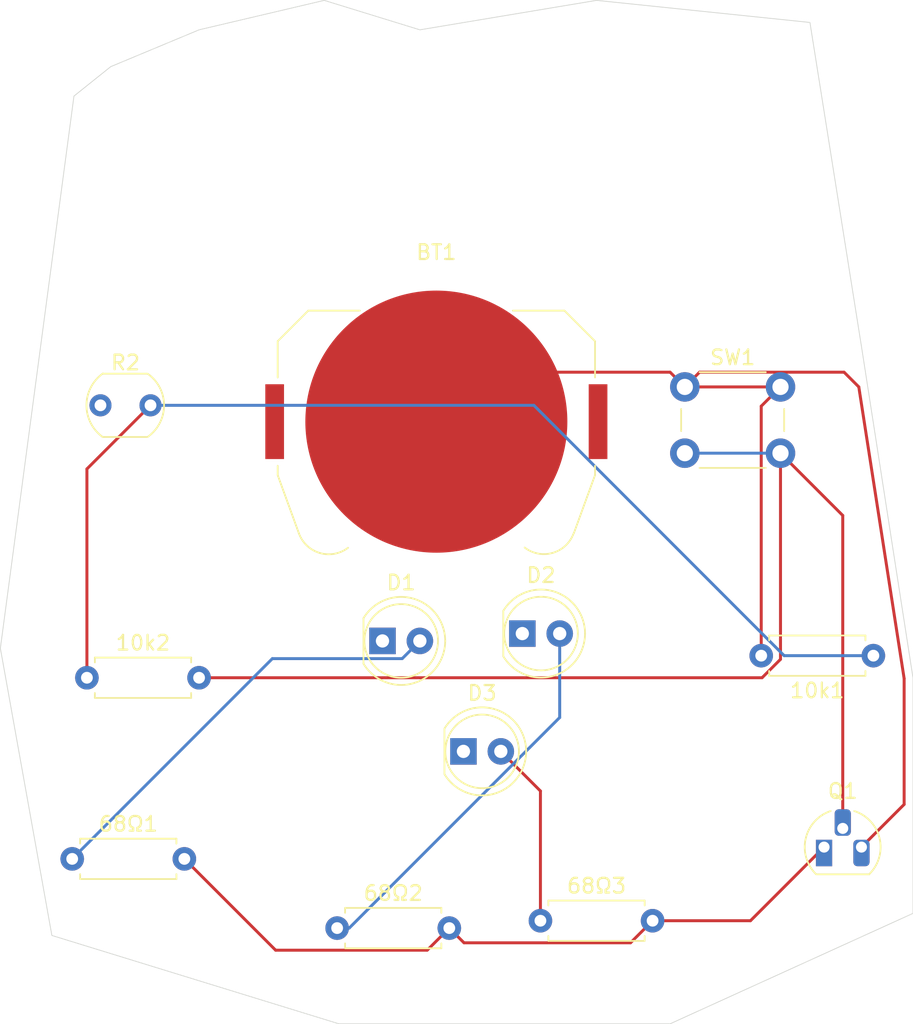
<source format=kicad_pcb>
(kicad_pcb (version 20241229) (generator "pcbnew") (generator_version "9.0")
  (layers (0 "F.Cu" signal) (2 "B.Cu" signal) (13 "F.Paste" user) (15 "B.Paste" user) (5 "F.SilkS" user "F.Silkscreen") (7 "B.SilkS" user "B.Silkscreen") (1 "F.Mask" user) (3 "B.Mask" user) (25 "Edge.Cuts" user))
  (net 0 "")
  (net 1 "Net-(10k1-Pad1)")
  (net 2 "GND")
  (net 3 "Net-(Q1-B)")
  (net 4 "Net-(Q1-C)")
  (net 5 "Net-(D1-A)")
  (net 6 "Net-(D2-A)")
  (net 7 "Net-(D3-A)")
  (net 8 "Net-(BT1-+)")
  (net 9 "+3V")
  (footprint "Resistor_THT:R_Axial_DIN0207_L6.3mm_D2.5mm_P7.62mm_Horizontal" (layer "F.Cu") (at 155.19 95)
    (property "Reference" "68Ω3" (at 3.81 -2.37 0) (layer "F.SilkS"))
    (property "Value" "R")
    (fp_line (start 0.54 -1.37) (end 7.08 -1.37) (stroke (width 0.12)) (layer "F.SilkS"))
    (fp_line (start 0.54 -1.04) (end 0.54 -1.37) (stroke (width 0.12)) (layer "F.SilkS"))
    (fp_line (start 0.54 1.04) (end 0.54 1.37) (stroke (width 0.12)) (layer "F.SilkS"))
    (fp_line (start 0.54 1.37) (end 7.08 1.37) (stroke (width 0.12)) (layer "F.SilkS"))
    (fp_line (start 7.08 -1.37) (end 7.08 -1.04) (stroke (width 0.12)) (layer "F.SilkS"))
    (fp_line (start 7.08 1.37) (end 7.08 1.04) (stroke (width 0.12)) (layer "F.SilkS"))
    (pad "1" thru_hole circle (at 0 0) (size 1.6 1.6) (drill 0.8) (layers "*.Cu" "*.Mask") (net 7 "Net-(D3-A)"))
    (pad "2" thru_hole circle (at 7.62 0) (size 1.6 1.6) (drill 0.8) (layers "*.Cu" "*.Mask") (net 4 "Net-(Q1-C)"))
  )
  (footprint "LED_THT:LED_D5.0mm" (layer "F.Cu") (at 149.96 83.5)
    (property "Reference" "D3" (at 1.27 -3.96 0) (layer "F.SilkS"))
    (property "Value" "LED")
    (fp_line (start -1.29 -1.545) (end -1.29 1.545) (stroke (width 0.12)) (layer "F.SilkS"))
    (fp_arc (start -1.29 -1.54483) (mid 2.071779 -2.880495) (end 4.26 0) (stroke (width 0.12)) (layer "F.SilkS"))
    (fp_arc (start 4.26 0) (mid 2.071779 2.880495) (end -1.29 1.54483) (stroke (width 0.12)) (layer "F.SilkS"))
    (fp_circle (center 1.27 0) (end 3.77 0) (stroke (width 0.12)) (fill no) (layer "F.SilkS"))
    (pad "1" thru_hole rect (at 0 0) (size 1.8 1.8) (drill 0.9) (layers "*.Cu" "*.Mask") (net 9 "+3V"))
    (pad "2" thru_hole circle (at 2.54 0) (size 1.8 1.8) (drill 0.9) (layers "*.Cu" "*.Mask") (net 7 "Net-(D3-A)"))
  )
  (footprint "Resistor_THT:R_Axial_DIN0207_L6.3mm_D2.5mm_P7.62mm_Horizontal" (layer "F.Cu") (at 124.38 78.5)
    (property "Reference" "10k2" (at 3.81 -2.37 0) (layer "F.SilkS"))
    (property "Value" "R")
    (fp_line (start 0.54 -1.37) (end 7.08 -1.37) (stroke (width 0.12)) (layer "F.SilkS"))
    (fp_line (start 0.54 -1.04) (end 0.54 -1.37) (stroke (width 0.12)) (layer "F.SilkS"))
    (fp_line (start 0.54 1.04) (end 0.54 1.37) (stroke (width 0.12)) (layer "F.SilkS"))
    (fp_line (start 0.54 1.37) (end 7.08 1.37) (stroke (width 0.12)) (layer "F.SilkS"))
    (fp_line (start 7.08 -1.37) (end 7.08 -1.04) (stroke (width 0.12)) (layer "F.SilkS"))
    (fp_line (start 7.08 1.37) (end 7.08 1.04) (stroke (width 0.12)) (layer "F.SilkS"))
    (pad "1" thru_hole circle (at 0 0) (size 1.6 1.6) (drill 0.8) (layers "*.Cu" "*.Mask") (net 1 "Net-(10k1-Pad1)"))
    (pad "2" thru_hole circle (at 7.62 0) (size 1.6 1.6) (drill 0.8) (layers "*.Cu" "*.Mask") (net 3 "Net-(Q1-B)"))
  )
  (footprint "Button_Switch_THT:SW_PUSH_6mm" (layer "F.Cu") (at 165 58.75)
    (property "Reference" "SW1" (at 3.25 -2 0) (layer "F.SilkS"))
    (property "Value" "SW_Push")
    (fp_line (start -0.25 1.5) (end -0.25 3) (stroke (width 0.12)) (layer "F.SilkS"))
    (fp_line (start 1 5.5) (end 5.5 5.5) (stroke (width 0.12)) (layer "F.SilkS"))
    (fp_line (start 5.5 -1) (end 1 -1) (stroke (width 0.12)) (layer "F.SilkS"))
    (fp_line (start 6.75 3) (end 6.75 1.5) (stroke (width 0.12)) (layer "F.SilkS"))
    (pad "1" thru_hole circle (at 0 0 90) (size 2 2) (drill 1.1) (layers "*.Cu" "*.Mask") (net 2 "GND"))
    (pad "1" thru_hole circle (at 6.5 0 90) (size 2 2) (drill 1.1) (layers "*.Cu" "*.Mask") (net 2 "GND"))
    (pad "2" thru_hole circle (at 0 4.5 90) (size 2 2) (drill 1.1) (layers "*.Cu" "*.Mask") (net 3 "Net-(Q1-B)"))
    (pad "2" thru_hole circle (at 6.5 4.5 90) (size 2 2) (drill 1.1) (layers "*.Cu" "*.Mask") (net 3 "Net-(Q1-B)"))
  )
  (footprint "Battery:BatteryHolder_Keystone_3034_1x20mm" (layer "F.Cu") (at 148.12 61.108075)
    (property "Reference" "BT1" (at 0 -11.5 0) (layer "F.SilkS"))
    (property "Value" "Battery_Cell")
    (fp_line (start -10.78 -5.46) (end -10.78 -3) (stroke (width 0.12)) (layer "F.SilkS"))
    (fp_line (start -10.78 3) (end -10.78 3.63) (stroke (width 0.12)) (layer "F.SilkS"))
    (fp_line (start -10.78 3.63) (end -9.34 7.58) (stroke (width 0.12)) (layer "F.SilkS"))
    (fp_line (start -8.7 -7.54) (end -10.78 -5.46) (stroke (width 0.12)) (layer "F.SilkS"))
    (fp_line (start -5.2 -7.54) (end -8.7 -7.54) (stroke (width 0.12)) (layer "F.SilkS"))
    (fp_line (start 8.7 -7.54) (end 5.2 -7.54) (stroke (width 0.12)) (layer "F.SilkS"))
    (fp_line (start 8.7 -7.54) (end 10.78 -5.46) (stroke (width 0.12)) (layer "F.SilkS"))
    (fp_line (start 10.78 -5.46) (end 10.78 -3) (stroke (width 0.12)) (layer "F.SilkS"))
    (fp_line (start 10.78 3) (end 10.78 3.63) (stroke (width 0.12)) (layer "F.SilkS"))
    (fp_line (start 10.78 3.63) (end 9.34 7.58) (stroke (width 0.12)) (layer "F.SilkS"))
    (fp_arc (start -6.003354 8.56653) (mid -7.921654 8.918738) (end -9.34 7.58) (stroke (width 0.12)) (layer "F.SilkS"))
    (fp_arc (start 9.325243 7.588169) (mid 7.90634 8.911668) (end 6 8.55) (stroke (width 0.12)) (layer "F.SilkS"))
    (pad "1" smd rect (at -10.985 0) (size 1.27 5.08) (layers "F.Cu" "F.Mask" "F.Paste") (net 8 "Net-(BT1-+)"))
    (pad "1" smd rect (at 10.985 0) (size 1.27 5.08) (layers "F.Cu" "F.Mask" "F.Paste") (net 8 "Net-(BT1-+)"))
    (pad "2" smd circle (at 0 0) (size 17.8 17.8) (layers "F.Cu" "F.Mask") (net 2 "GND"))
  )
  (footprint "Resistor_THT:R_Axial_DIN0207_L6.3mm_D2.5mm_P7.62mm_Horizontal" (layer "F.Cu") (at 177.81 77 180)
    (property "Reference" "10k1" (at 3.81 -2.37 0) (layer "F.SilkS"))
    (property "Value" "R")
    (fp_line (start 7.08 1.37) (end 7.08 1.04) (stroke (width 0.12)) (layer "F.SilkS"))
    (fp_line (start 7.08 -1.37) (end 7.08 -1.04) (stroke (width 0.12)) (layer "F.SilkS"))
    (fp_line (start 0.54 1.37) (end 7.08 1.37) (stroke (width 0.12)) (layer "F.SilkS"))
    (fp_line (start 0.54 1.04) (end 0.54 1.37) (stroke (width 0.12)) (layer "F.SilkS"))
    (fp_line (start 0.54 -1.04) (end 0.54 -1.37) (stroke (width 0.12)) (layer "F.SilkS"))
    (fp_line (start 0.54 -1.37) (end 7.08 -1.37) (stroke (width 0.12)) (layer "F.SilkS"))
    (pad "1" thru_hole circle (at 0 0 180) (size 1.6 1.6) (drill 0.8) (layers "*.Cu" "*.Mask") (net 1 "Net-(10k1-Pad1)"))
    (pad "2" thru_hole circle (at 7.62 0 180) (size 1.6 1.6) (drill 0.8) (layers "*.Cu" "*.Mask") (net 2 "GND"))
  )
  (footprint "Package_TO_SOT_THT:TO-92L_HandSolder" (layer "F.Cu") (at 174.46 90)
    (property "Reference" "Q1" (at 1.27 -3.8 0) (layer "F.SilkS"))
    (property "Value" "NPN")
    (fp_line (start -0.53 1.85) (end 3.07 1.85) (stroke (width 0.12)) (layer "F.SilkS"))
    (fp_arc (start -0.541453 1.842156) (mid -1.247298 -0.581475) (end 0.45 -2.45) (stroke (width 0.12)) (layer "F.SilkS"))
    (fp_arc (start 2.05 -2.45) (mid 3.769931 -0.601036) (end 3.078445 1.827684) (stroke (width 0.12)) (layer "F.SilkS"))
    (pad "1" thru_hole rect (at 0 0) (size 1.1 1.8) (drill 0.75 (offset 0 0.4)) (layers "*.Cu" "*.Mask") (net 4 "Net-(Q1-C)"))
    (pad "2" thru_hole roundrect (at 1.27 -1.27) (size 1.1 1.8) (drill 0.75 (offset 0 -0.4)) (layers "*.Cu" "*.Mask") (net 3 "Net-(Q1-B)"))
    (pad "3" thru_hole roundrect (at 2.54 0) (size 1.1 1.8) (drill 0.75 (offset 0 0.4)) (layers "*.Cu" "*.Mask") (net 2 "GND"))
  )
  (footprint "Resistor_THT:R_Axial_DIN0207_L6.3mm_D2.5mm_P7.62mm_Horizontal" (layer "F.Cu") (at 141.38 95.5)
    (property "Reference" "68Ω2" (at 3.81 -2.37 0) (layer "F.SilkS"))
    (property "Value" "R")
    (fp_line (start 0.54 -1.37) (end 7.08 -1.37) (stroke (width 0.12)) (layer "F.SilkS"))
    (fp_line (start 0.54 -1.04) (end 0.54 -1.37) (stroke (width 0.12)) (layer "F.SilkS"))
    (fp_line (start 0.54 1.04) (end 0.54 1.37) (stroke (width 0.12)) (layer "F.SilkS"))
    (fp_line (start 0.54 1.37) (end 7.08 1.37) (stroke (width 0.12)) (layer "F.SilkS"))
    (fp_line (start 7.08 -1.37) (end 7.08 -1.04) (stroke (width 0.12)) (layer "F.SilkS"))
    (fp_line (start 7.08 1.37) (end 7.08 1.04) (stroke (width 0.12)) (layer "F.SilkS"))
    (pad "1" thru_hole circle (at 0 0) (size 1.6 1.6) (drill 0.8) (layers "*.Cu" "*.Mask") (net 6 "Net-(D2-A)"))
    (pad "2" thru_hole circle (at 7.62 0) (size 1.6 1.6) (drill 0.8) (layers "*.Cu" "*.Mask") (net 4 "Net-(Q1-C)"))
  )
  (footprint "LED_THT:LED_D5.0mm" (layer "F.Cu") (at 153.96 75.5)
    (property "Reference" "D2" (at 1.27 -3.96 0) (layer "F.SilkS"))
    (property "Value" "LED")
    (fp_line (start -1.29 -1.545) (end -1.29 1.545) (stroke (width 0.12)) (layer "F.SilkS"))
    (fp_arc (start -1.29 -1.54483) (mid 2.071779 -2.880495) (end 4.26 0) (stroke (width 0.12)) (layer "F.SilkS"))
    (fp_arc (start 4.26 0) (mid 2.071779 2.880495) (end -1.29 1.54483) (stroke (width 0.12)) (layer "F.SilkS"))
    (fp_circle (center 1.27 0) (end 3.77 0) (stroke (width 0.12)) (fill no) (layer "F.SilkS"))
    (pad "1" thru_hole rect (at 0 0) (size 1.8 1.8) (drill 0.9) (layers "*.Cu" "*.Mask") (net 9 "+3V"))
    (pad "2" thru_hole circle (at 2.54 0) (size 1.8 1.8) (drill 0.9) (layers "*.Cu" "*.Mask") (net 6 "Net-(D2-A)"))
  )
  (footprint "OptoDevice:R_LDR_5.1x4.3mm_P3.4mm_Vertical" (layer "F.Cu") (at 125.3 60)
    (property "Reference" "R2" (at 1.7 -2.9 0) (layer "F.SilkS"))
    (property "Value" "R_Photo")
    (fp_line (start 0.15 -2.15) (end 3.2 -2.15) (stroke (width 0.12)) (layer "F.SilkS"))
    (fp_line (start 0.15 2.15) (end 3.2 2.15) (stroke (width 0.12)) (layer "F.SilkS"))
    (fp_arc (start 0.15 2.15) (mid -0.950438 -0.013368) (end 0.171766 -2.165525) (stroke (width 0.12)) (layer "F.SilkS"))
    (fp_arc (start 3.2 -2.15) (mid 4.321403 -0.027338) (end 3.244513 2.118249) (stroke (width 0.12)) (layer "F.SilkS"))
    (pad "1" thru_hole circle (at 0 0) (size 1.5 1.5) (drill 0.8) (layers "*.Cu" "*.Mask") (net 8 "Net-(BT1-+)"))
    (pad "2" thru_hole circle (at 3.4 0) (size 1.5 1.5) (drill 0.8) (layers "*.Cu" "*.Mask") (net 1 "Net-(10k1-Pad1)"))
  )
  (footprint "Resistor_THT:R_Axial_DIN0207_L6.3mm_D2.5mm_P7.62mm_Horizontal" (layer "F.Cu") (at 123.38 90.8)
    (property "Reference" "68Ω1" (at 3.81 -2.37 0) (layer "F.SilkS"))
    (property "Value" "R")
    (fp_line (start 0.54 -1.37) (end 7.08 -1.37) (stroke (width 0.12)) (layer "F.SilkS"))
    (fp_line (start 0.54 -1.04) (end 0.54 -1.37) (stroke (width 0.12)) (layer "F.SilkS"))
    (fp_line (start 0.54 1.04) (end 0.54 1.37) (stroke (width 0.12)) (layer "F.SilkS"))
    (fp_line (start 0.54 1.37) (end 7.08 1.37) (stroke (width 0.12)) (layer "F.SilkS"))
    (fp_line (start 7.08 -1.37) (end 7.08 -1.04) (stroke (width 0.12)) (layer "F.SilkS"))
    (fp_line (start 7.08 1.37) (end 7.08 1.04) (stroke (width 0.12)) (layer "F.SilkS"))
    (pad "1" thru_hole circle (at 0 0) (size 1.6 1.6) (drill 0.8) (layers "*.Cu" "*.Mask") (net 5 "Net-(D1-A)"))
    (pad "2" thru_hole circle (at 7.62 0) (size 1.6 1.6) (drill 0.8) (layers "*.Cu" "*.Mask") (net 4 "Net-(Q1-C)"))
  )
  (footprint "LED_THT:LED_D5.0mm" (layer "F.Cu") (at 144.46 76)
    (property "Reference" "D1" (at 1.27 -3.96 0) (layer "F.SilkS"))
    (property "Value" "LED")
    (fp_line (start -1.29 -1.545) (end -1.29 1.545) (stroke (width 0.12)) (layer "F.SilkS"))
    (fp_arc (start -1.29 -1.54483) (mid 2.071779 -2.880495) (end 4.26 0) (stroke (width 0.12)) (layer "F.SilkS"))
    (fp_arc (start 4.26 0) (mid 2.071779 2.880495) (end -1.29 1.54483) (stroke (width 0.12)) (layer "F.SilkS"))
    (fp_circle (center 1.27 0) (end 3.77 0) (stroke (width 0.12)) (fill no) (layer "F.SilkS"))
    (pad "1" thru_hole rect (at 0 0) (size 1.8 1.8) (drill 0.9) (layers "*.Cu" "*.Mask") (net 9 "+3V"))
    (pad "2" thru_hole circle (at 2.54 0) (size 1.8 1.8) (drill 0.9) (layers "*.Cu" "*.Mask") (net 5 "Net-(D1-A)"))
  )
  (gr_poly (pts (xy 122 96) (xy 141.5 102) (xy 164 102) (xy 180.5 94.5) (xy 180.5 78.5) (xy 177 56) (xy 173.5 34) (xy 159 32.5) (xy 147 34.5) (xy 140.5 32.5) (xy 132 34.5) (xy 126 37) (xy 123.5 39) (xy 118.5 76.5)) (stroke (width 0.05)) (fill no) (layer "Edge.Cuts"))
  (segment (start 177.81 77) (end 178 77) (width 0.2) (layer "F.Cu") (net 1))
  (segment (start 124.38 78.5) (end 124.38 64.32) (width 0.2) (layer "F.Cu") (net 1))
  (segment (start 124.38 64.32) (end 128.7 60) (width 0.2) (layer "F.Cu") (net 1))
  (segment (start 129 60) (end 128.7 60) (width 0.2) (layer "F.Cu") (net 1))
  (segment (start 128.7 60) (end 154.74705 60) (width 0.2) (layer "B.Cu") (net 1))
  (segment (start 171.74705 77) (end 177.81 77) (width 0.2) (layer "B.Cu") (net 1))
  (segment (start 154.74705 60) (end 171.74705 77) (width 0.2) (layer "B.Cu") (net 1))
  (segment (start 166 57.75) (end 175.81955 57.75) (width 0.2) (layer "F.Cu") (net 2))
  (segment (start 175.81955 57.75) (end 176.81955 58.75) (width 0.2) (layer "F.Cu") (net 2))
  (segment (start 165 58.75) (end 164 57.75) (width 0.2) (layer "F.Cu") (net 2))
  (segment (start 179.899 78.546466) (end 179.899 87.101) (width 0.2) (layer "F.Cu") (net 2))
  (segment (start 165 58.75) (end 166 57.75) (width 0.2) (layer "F.Cu") (net 2))
  (segment (start 171.5 58.75) (end 165 58.75) (width 0.2) (layer "F.Cu") (net 2))
  (segment (start 179.899 87.101) (end 177 90) (width 0.2) (layer "F.Cu") (net 2))
  (segment (start 176.81955 58.75) (end 179.899 78.546466) (width 0.2) (layer "F.Cu") (net 2))
  (segment (start 164 57.75) (end 151.478075 57.75) (width 0.2) (layer "F.Cu") (net 2))
  (segment (start 170.19 60.06) (end 170.19 77) (width 0.2) (layer "F.Cu") (net 2))
  (segment (start 151.478075 57.75) (end 148.12 61.108075) (width 0.2) (layer "F.Cu") (net 2))
  (segment (start 171.5 58.75) (end 170.19 60.06) (width 0.2) (layer "F.Cu") (net 2))
  (segment (start 170.24705 78.5) (end 132 78.5) (width 0.2) (layer "F.Cu") (net 3))
  (segment (start 171.5 63.25) (end 171.5 77.24705) (width 0.2) (layer "F.Cu") (net 3))
  (segment (start 171.5 77.24705) (end 170.24705 78.5) (width 0.2) (layer "F.Cu") (net 3))
  (segment (start 175.73 67.48) (end 175.73 88.73) (width 0.2) (layer "F.Cu") (net 3))
  (segment (start 171.5 63.25) (end 175.73 67.48) (width 0.2) (layer "F.Cu") (net 3))
  (segment (start 171.5 63.25) (end 165 63.25) (width 0.2) (layer "B.Cu") (net 3))
  (segment (start 149 95.5) (end 150 96.5) (width 0.2) (layer "F.Cu") (net 4))
  (segment (start 147.5 97) (end 149 95.5) (width 0.2) (layer "F.Cu") (net 4))
  (segment (start 169.46 95) (end 174.46 90) (width 0.2) (layer "F.Cu") (net 4))
  (segment (start 131 90.8) (end 137.2 97) (width 0.2) (layer "F.Cu") (net 4))
  (segment (start 150 96.5) (end 161.31 96.5) (width 0.2) (layer "F.Cu") (net 4))
  (segment (start 131 90.8) (end 131 91) (width 0.2) (layer "F.Cu") (net 4))
  (segment (start 162.81 95) (end 169.46 95) (width 0.2) (layer "F.Cu") (net 4))
  (segment (start 161.31 96.5) (end 162.81 95) (width 0.2) (layer "F.Cu") (net 4))
  (segment (start 137.2 97) (end 147.5 97) (width 0.2) (layer "F.Cu") (net 4))
  (segment (start 136.979 77.201) (end 145.799 77.201) (width 0.2) (layer "B.Cu") (net 5))
  (segment (start 145.799 77.201) (end 147 76) (width 0.2) (layer "B.Cu") (net 5))
  (segment (start 123.38 90.8) (end 136.979 77.201) (width 0.2) (layer "B.Cu") (net 5))
  (segment (start 156.5 81.198471) (end 156.5 75.5) (width 0.2) (layer "B.Cu") (net 6))
  (segment (start 141.38 95.5) (end 142.198471 95.5) (width 0.2) (layer "B.Cu") (net 6))
  (segment (start 142.198471 95.5) (end 156.5 81.198471) (width 0.2) (layer "B.Cu") (net 6))
  (segment (start 155.19 95) (end 155.19 86.19) (width 0.2) (layer "F.Cu") (net 7))
  (segment (start 155.19 86.19) (end 152.5 83.5) (width 0.2) (layer "F.Cu") (net 7))
  (segment (start 155 95) (end 155.19 95) (width 0.2) (layer "B.Cu") (net 7))
)
</source>
